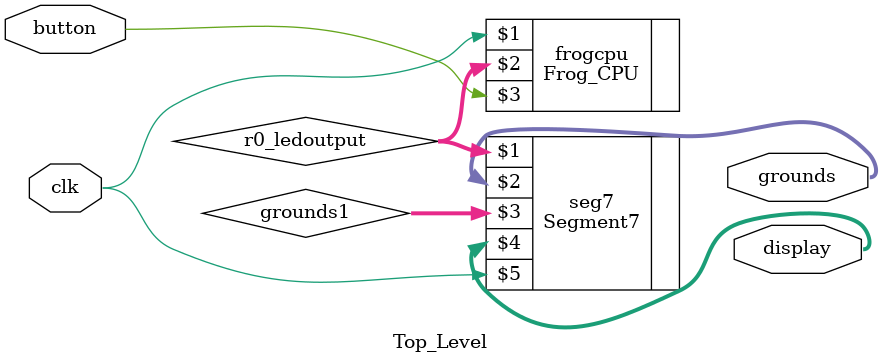
<source format=v>
module Top_Level(grounds, display, clk,button); 

output wire [3:0] grounds;
output wire [6:0] display;
input wire button; //push button
wire [3:0] grounds1;
input wire clk;
wire[15:0] r0_ledoutput; // register[0]

Segment7 seg7( r0_ledoutput, grounds, grounds1, display, clk); // we connected the Frog_CPU module's R0_ledoutput in  
Frog_CPU frogcpu( clk , r0_ledoutput, button);                // Segment7 module's din and gave the same clk.

endmodule

</source>
